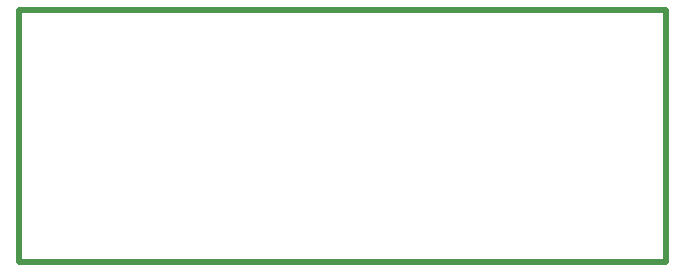
<source format=gko>
G04*
G04 #@! TF.GenerationSoftware,Altium Limited,Altium Designer,19.1.8 (144)*
G04*
G04 Layer_Color=16711935*
%FSLAX25Y25*%
%MOIN*%
G70*
G01*
G75*
%ADD15C,0.02000*%
D15*
X227500Y-7000D02*
X227500Y77000D01*
X12000Y77000D02*
X227500Y77000D01*
X12000Y-7000D02*
Y77000D01*
Y-7000D02*
X227500Y-7000D01*
M02*

</source>
